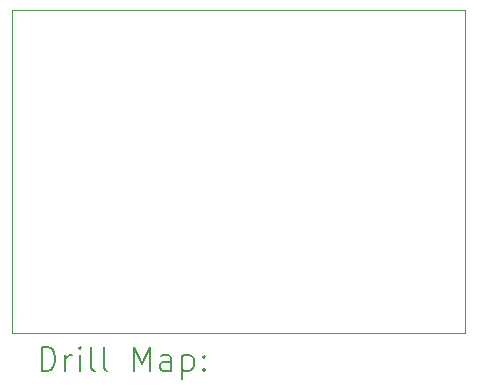
<source format=gbr>
%FSLAX45Y45*%
G04 Gerber Fmt 4.5, Leading zero omitted, Abs format (unit mm)*
G04 Created by KiCad (PCBNEW (6.0.4-0)) date 2022-04-22 16:48:59*
%MOMM*%
%LPD*%
G01*
G04 APERTURE LIST*
%TA.AperFunction,Profile*%
%ADD10C,0.100000*%
%TD*%
%ADD11C,0.200000*%
G04 APERTURE END LIST*
D10*
X4101300Y-6910120D02*
X7936700Y-6910120D01*
X7936700Y-6910120D02*
X7936700Y-9649000D01*
X7936700Y-9649000D02*
X4101300Y-9649000D01*
X4101300Y-9649000D02*
X4101300Y-6910120D01*
D11*
X4353919Y-9964476D02*
X4353919Y-9764476D01*
X4401538Y-9764476D01*
X4430110Y-9774000D01*
X4449157Y-9793048D01*
X4458681Y-9812095D01*
X4468205Y-9850190D01*
X4468205Y-9878762D01*
X4458681Y-9916857D01*
X4449157Y-9935905D01*
X4430110Y-9954952D01*
X4401538Y-9964476D01*
X4353919Y-9964476D01*
X4553919Y-9964476D02*
X4553919Y-9831143D01*
X4553919Y-9869238D02*
X4563443Y-9850190D01*
X4572967Y-9840667D01*
X4592014Y-9831143D01*
X4611062Y-9831143D01*
X4677729Y-9964476D02*
X4677729Y-9831143D01*
X4677729Y-9764476D02*
X4668205Y-9774000D01*
X4677729Y-9783524D01*
X4687252Y-9774000D01*
X4677729Y-9764476D01*
X4677729Y-9783524D01*
X4801538Y-9964476D02*
X4782490Y-9954952D01*
X4772967Y-9935905D01*
X4772967Y-9764476D01*
X4906300Y-9964476D02*
X4887252Y-9954952D01*
X4877729Y-9935905D01*
X4877729Y-9764476D01*
X5134871Y-9964476D02*
X5134871Y-9764476D01*
X5201538Y-9907333D01*
X5268205Y-9764476D01*
X5268205Y-9964476D01*
X5449157Y-9964476D02*
X5449157Y-9859714D01*
X5439633Y-9840667D01*
X5420586Y-9831143D01*
X5382490Y-9831143D01*
X5363443Y-9840667D01*
X5449157Y-9954952D02*
X5430110Y-9964476D01*
X5382490Y-9964476D01*
X5363443Y-9954952D01*
X5353919Y-9935905D01*
X5353919Y-9916857D01*
X5363443Y-9897810D01*
X5382490Y-9888286D01*
X5430110Y-9888286D01*
X5449157Y-9878762D01*
X5544395Y-9831143D02*
X5544395Y-10031143D01*
X5544395Y-9840667D02*
X5563443Y-9831143D01*
X5601538Y-9831143D01*
X5620586Y-9840667D01*
X5630109Y-9850190D01*
X5639633Y-9869238D01*
X5639633Y-9926381D01*
X5630109Y-9945429D01*
X5620586Y-9954952D01*
X5601538Y-9964476D01*
X5563443Y-9964476D01*
X5544395Y-9954952D01*
X5725348Y-9945429D02*
X5734871Y-9954952D01*
X5725348Y-9964476D01*
X5715824Y-9954952D01*
X5725348Y-9945429D01*
X5725348Y-9964476D01*
X5725348Y-9840667D02*
X5734871Y-9850190D01*
X5725348Y-9859714D01*
X5715824Y-9850190D01*
X5725348Y-9840667D01*
X5725348Y-9859714D01*
M02*

</source>
